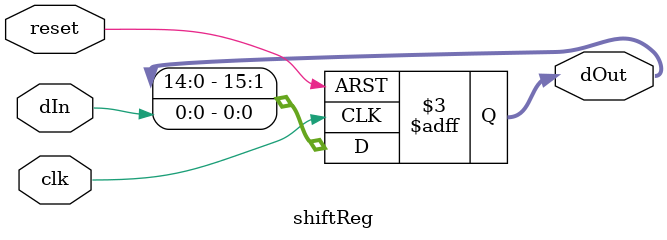
<source format=v>
module shiftReg #(parameter N = 16) (
	input clk, reset, dIn,
	output reg [N-1:0] dOut);

	always @(posedge reset or posedge clk) begin
		if (reset == 1'b1) dOut = 1'b0;
		else dOut = {dOut[N-2:0],dIn};
	end

endmodule

</source>
